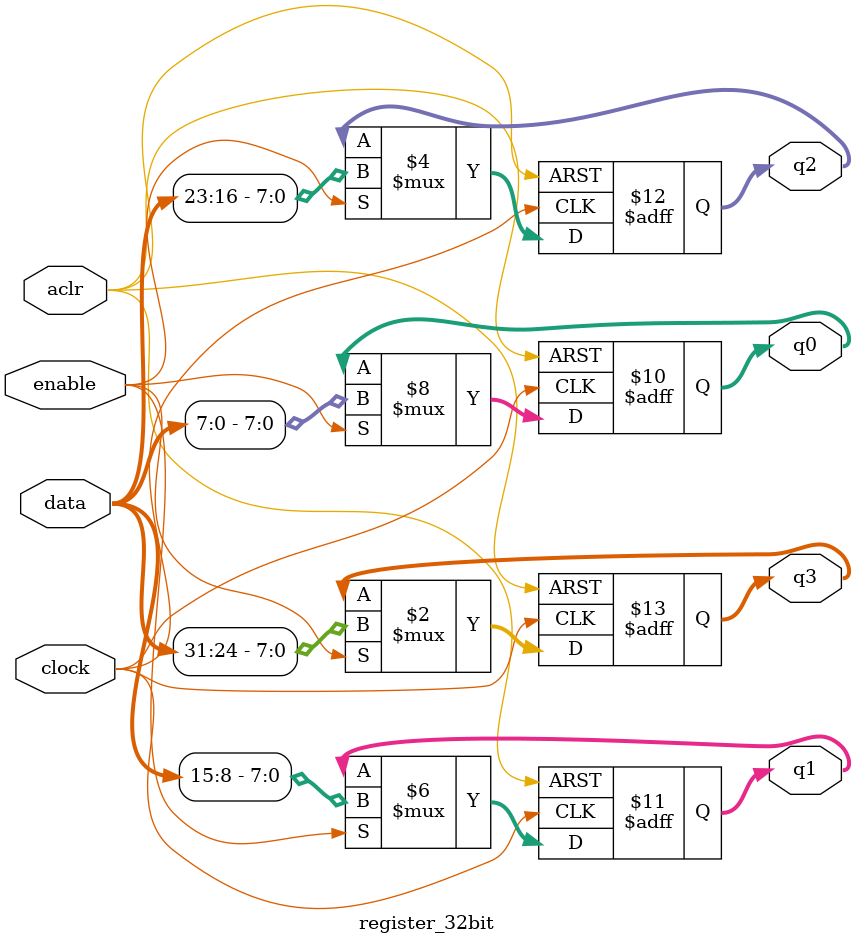
<source format=v>
`timescale 1 ps / 1 ps
module register_32bit (
	aclr,
	clock,
	data,
	enable,
	q0, q1, q2, q3);

	input	  aclr;
	input	  clock;
	input	[31:0]  data;
	input	  enable;
	output reg	[7:0]  q0, q1, q2, q3;
	
	always @(posedge clock, posedge aclr)
	begin
		if (aclr) begin
			q0 <= 8'b0;
			q1 <= 8'b0;
			q2 <= 8'b0;
			q3 <= 8'b0;
		end
		else if (enable) begin
			q0 <= data[7:0];
			q1 <= data[15:8];
			q2 <= data[23:16];
			q3 <= data[31:24];
		end
	end

endmodule
</source>
